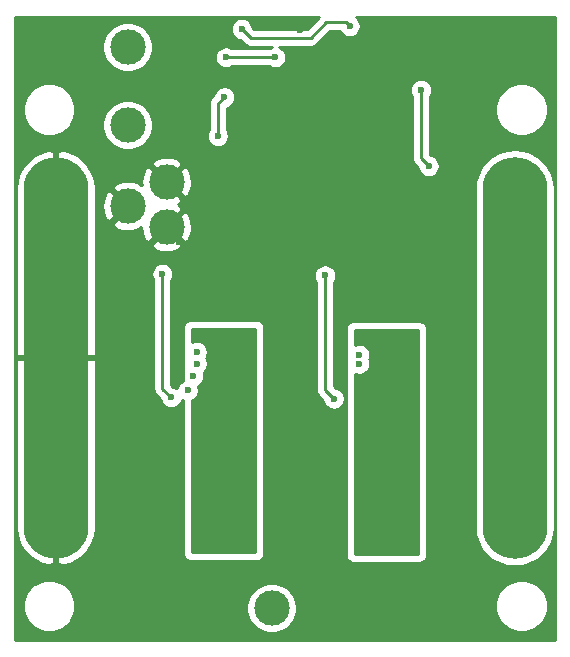
<source format=gbr>
%TF.GenerationSoftware,KiCad,Pcbnew,5.1.9-73d0e3b20d~88~ubuntu20.10.1*%
%TF.CreationDate,2021-01-20T16:53:29+01:00*%
%TF.ProjectId,makita_protector,6d616b69-7461-45f7-9072-6f746563746f,rev?*%
%TF.SameCoordinates,Original*%
%TF.FileFunction,Copper,L2,Bot*%
%TF.FilePolarity,Positive*%
%FSLAX46Y46*%
G04 Gerber Fmt 4.6, Leading zero omitted, Abs format (unit mm)*
G04 Created by KiCad (PCBNEW 5.1.9-73d0e3b20d~88~ubuntu20.10.1) date 2021-01-20 16:53:29*
%MOMM*%
%LPD*%
G01*
G04 APERTURE LIST*
%TA.AperFunction,ComponentPad*%
%ADD10C,3.000000*%
%TD*%
%TA.AperFunction,ComponentPad*%
%ADD11O,5.500000X34.000000*%
%TD*%
%TA.AperFunction,ViaPad*%
%ADD12C,0.600000*%
%TD*%
%TA.AperFunction,Conductor*%
%ADD13C,0.250000*%
%TD*%
%TA.AperFunction,Conductor*%
%ADD14C,0.254000*%
%TD*%
%TA.AperFunction,Conductor*%
%ADD15C,0.100000*%
%TD*%
G04 APERTURE END LIST*
D10*
%TO.P,J6,1*%
%TO.N,GND*%
X136652000Y-72136000D03*
%TD*%
%TO.P,J5,1*%
%TO.N,Net-(J5-Pad1)*%
X136652000Y-58674000D03*
%TD*%
%TO.P,J4,1*%
%TO.N,GND*%
X139954000Y-70104000D03*
%TD*%
%TO.P,J3,1*%
%TO.N,Net-(C3-Pad2)*%
X136652000Y-65278000D03*
%TD*%
%TO.P,J2,1*%
%TO.N,GND*%
X139954000Y-73914000D03*
%TD*%
%TO.P,J1,1*%
%TO.N,+12V*%
X148844000Y-106172000D03*
%TD*%
D11*
%TO.P,BT1,2*%
%TO.N,GND*%
X130575000Y-85000000D03*
%TO.P,BT1,1*%
%TO.N,Net-(BT1-Pad1)*%
X169425000Y-85000000D03*
%TD*%
D12*
%TO.N,*%
X141750000Y-87750000D03*
%TO.N,GND*%
X143500000Y-64250000D03*
X140208000Y-63754000D03*
X136906000Y-61214000D03*
X146000000Y-64250000D03*
X150750000Y-63500000D03*
X151250000Y-57250000D03*
X158500000Y-64750000D03*
X150500000Y-73000000D03*
X150000000Y-73750000D03*
X159500000Y-71000000D03*
X157750000Y-72250000D03*
X162500000Y-76750000D03*
X148500000Y-76750000D03*
X154500000Y-80750000D03*
X156269171Y-84730829D03*
X156269171Y-85480829D03*
X154750000Y-84750000D03*
X154750000Y-85500000D03*
X151750000Y-85250000D03*
X149750000Y-86750000D03*
X137750000Y-85250000D03*
X140500000Y-85000000D03*
X142505671Y-84494329D03*
X142505671Y-85494329D03*
X142214000Y-86536000D03*
X161544000Y-104648000D03*
X162052000Y-102616000D03*
X162560000Y-91186000D03*
X163068000Y-86360000D03*
X165608000Y-83820000D03*
X165862000Y-100838000D03*
X169418000Y-103124000D03*
X172466000Y-101600000D03*
X172466000Y-108458000D03*
X165354000Y-108458000D03*
X133350000Y-108458000D03*
X127508000Y-108458000D03*
X127508000Y-103124000D03*
X136906000Y-102616000D03*
X134366000Y-100584000D03*
X134620000Y-86868000D03*
X135636000Y-86868000D03*
X127762000Y-67564000D03*
X133350000Y-67310000D03*
X127762000Y-56642000D03*
X133604000Y-56642000D03*
X142240000Y-56388000D03*
X145034000Y-56388000D03*
X152654000Y-64008000D03*
X153670000Y-61214000D03*
X153416000Y-58166000D03*
X141732000Y-67564000D03*
X140970000Y-75184000D03*
X172212000Y-56896000D03*
X157988000Y-56388000D03*
X172466000Y-67056000D03*
X168402000Y-66548000D03*
X163830000Y-63754000D03*
X162814000Y-61214000D03*
X162306000Y-57658000D03*
X139192000Y-60706000D03*
X138684000Y-66548000D03*
X142240000Y-66548000D03*
X136906000Y-62738000D03*
%TO.N,VBUS*%
X161500000Y-62300000D03*
X162139500Y-68758000D03*
X155448000Y-56896000D03*
X146304000Y-57150000D03*
%TO.N,Net-(C4-Pad1)*%
X142600000Y-96000000D03*
X142600000Y-96800000D03*
X142600000Y-97600000D03*
X142600000Y-98400000D03*
X142600000Y-99200000D03*
X142600000Y-100000000D03*
X142600000Y-100800000D03*
X142600000Y-95200000D03*
X142600000Y-94400000D03*
X142600000Y-93600000D03*
X142600000Y-92800000D03*
X142600000Y-92000000D03*
X142600000Y-91200000D03*
X143700000Y-84750000D03*
X144300000Y-84750000D03*
X144300000Y-85400000D03*
X143700000Y-85400000D03*
%TO.N,+12V*%
X140350000Y-88350000D03*
X139600000Y-77900000D03*
X154113500Y-88457500D03*
X153363500Y-78007500D03*
%TO.N,Net-(C13-Pad1)*%
X149161500Y-59563000D03*
X144970500Y-59563000D03*
%TO.N,Net-(C14-Pad1)*%
X156363500Y-96107500D03*
X156363500Y-96907500D03*
X156363500Y-97707500D03*
X156363500Y-98507500D03*
X156363500Y-99307500D03*
X156363500Y-100107500D03*
X156363500Y-100907500D03*
X156363500Y-95307500D03*
X156363500Y-94507500D03*
X156363500Y-93707500D03*
X156363500Y-92907500D03*
X156363500Y-92107500D03*
X156363500Y-91307500D03*
X157463500Y-84857500D03*
X158063500Y-84857500D03*
X158063500Y-85507500D03*
X157463500Y-85507500D03*
%TO.N,Net-(R10-Pad2)*%
X144284395Y-66235030D03*
X144843500Y-62928500D03*
%TD*%
D13*
%TO.N,VBUS*%
X161500000Y-68118500D02*
X162139500Y-68758000D01*
X161500000Y-62300000D02*
X161500000Y-68118500D01*
X155148001Y-56596001D02*
X153461999Y-56596001D01*
X155448000Y-56896000D02*
X155148001Y-56596001D01*
X153461999Y-56596001D02*
X152146000Y-57912000D01*
X147066000Y-57912000D02*
X146304000Y-57150000D01*
X152146000Y-57912000D02*
X147066000Y-57912000D01*
%TO.N,+12V*%
X139600000Y-87600000D02*
X139600000Y-77900000D01*
X140350000Y-88350000D02*
X139600000Y-87600000D01*
X153363500Y-87707500D02*
X153363500Y-78007500D01*
X154113500Y-88457500D02*
X153363500Y-87707500D01*
%TO.N,Net-(C13-Pad1)*%
X149161500Y-59563000D02*
X144970500Y-59563000D01*
%TO.N,Net-(R10-Pad2)*%
X144284395Y-66235030D02*
X144284395Y-63487605D01*
X144284395Y-63487605D02*
X144843500Y-62928500D01*
%TD*%
D14*
%TO.N,GND*%
X151831199Y-57152000D02*
X147380802Y-57152000D01*
X147227153Y-56998351D01*
X147203068Y-56877271D01*
X147132586Y-56707111D01*
X147030262Y-56553972D01*
X146900028Y-56423738D01*
X146746889Y-56321414D01*
X146576729Y-56250932D01*
X146396089Y-56215000D01*
X146211911Y-56215000D01*
X146031271Y-56250932D01*
X145861111Y-56321414D01*
X145707972Y-56423738D01*
X145577738Y-56553972D01*
X145475414Y-56707111D01*
X145404932Y-56877271D01*
X145369000Y-57057911D01*
X145369000Y-57242089D01*
X145404932Y-57422729D01*
X145475414Y-57592889D01*
X145577738Y-57746028D01*
X145707972Y-57876262D01*
X145861111Y-57978586D01*
X146031271Y-58049068D01*
X146152351Y-58073153D01*
X146502201Y-58423002D01*
X146525999Y-58452001D01*
X146641724Y-58546974D01*
X146773753Y-58617546D01*
X146917014Y-58661003D01*
X147028667Y-58672000D01*
X147028675Y-58672000D01*
X147066000Y-58675676D01*
X147103325Y-58672000D01*
X148869293Y-58672000D01*
X148718611Y-58734414D01*
X148615965Y-58803000D01*
X145516035Y-58803000D01*
X145413389Y-58734414D01*
X145243229Y-58663932D01*
X145062589Y-58628000D01*
X144878411Y-58628000D01*
X144697771Y-58663932D01*
X144527611Y-58734414D01*
X144374472Y-58836738D01*
X144244238Y-58966972D01*
X144141914Y-59120111D01*
X144071432Y-59290271D01*
X144035500Y-59470911D01*
X144035500Y-59655089D01*
X144071432Y-59835729D01*
X144141914Y-60005889D01*
X144244238Y-60159028D01*
X144374472Y-60289262D01*
X144527611Y-60391586D01*
X144697771Y-60462068D01*
X144878411Y-60498000D01*
X145062589Y-60498000D01*
X145243229Y-60462068D01*
X145413389Y-60391586D01*
X145516035Y-60323000D01*
X148615965Y-60323000D01*
X148718611Y-60391586D01*
X148888771Y-60462068D01*
X149069411Y-60498000D01*
X149253589Y-60498000D01*
X149434229Y-60462068D01*
X149604389Y-60391586D01*
X149757528Y-60289262D01*
X149887762Y-60159028D01*
X149990086Y-60005889D01*
X150060568Y-59835729D01*
X150096500Y-59655089D01*
X150096500Y-59470911D01*
X150060568Y-59290271D01*
X149990086Y-59120111D01*
X149887762Y-58966972D01*
X149757528Y-58836738D01*
X149604389Y-58734414D01*
X149453707Y-58672000D01*
X152108678Y-58672000D01*
X152146000Y-58675676D01*
X152183322Y-58672000D01*
X152183333Y-58672000D01*
X152294986Y-58661003D01*
X152438247Y-58617546D01*
X152570276Y-58546974D01*
X152686001Y-58452001D01*
X152709804Y-58422997D01*
X153776801Y-57356001D01*
X154630848Y-57356001D01*
X154721738Y-57492028D01*
X154851972Y-57622262D01*
X155005111Y-57724586D01*
X155175271Y-57795068D01*
X155355911Y-57831000D01*
X155540089Y-57831000D01*
X155720729Y-57795068D01*
X155890889Y-57724586D01*
X156044028Y-57622262D01*
X156174262Y-57492028D01*
X156276586Y-57338889D01*
X156347068Y-57168729D01*
X156383000Y-56988089D01*
X156383000Y-56803911D01*
X156347068Y-56623271D01*
X156276586Y-56453111D01*
X156174262Y-56299972D01*
X156044028Y-56169738D01*
X155980066Y-56127000D01*
X172873000Y-56127000D01*
X172873000Y-108873000D01*
X127127000Y-108873000D01*
X127127000Y-105779872D01*
X127765000Y-105779872D01*
X127765000Y-106220128D01*
X127850890Y-106651925D01*
X128019369Y-107058669D01*
X128263962Y-107424729D01*
X128575271Y-107736038D01*
X128941331Y-107980631D01*
X129348075Y-108149110D01*
X129779872Y-108235000D01*
X130220128Y-108235000D01*
X130651925Y-108149110D01*
X131058669Y-107980631D01*
X131424729Y-107736038D01*
X131736038Y-107424729D01*
X131980631Y-107058669D01*
X132149110Y-106651925D01*
X132235000Y-106220128D01*
X132235000Y-105961721D01*
X146709000Y-105961721D01*
X146709000Y-106382279D01*
X146791047Y-106794756D01*
X146951988Y-107183302D01*
X147185637Y-107532983D01*
X147483017Y-107830363D01*
X147832698Y-108064012D01*
X148221244Y-108224953D01*
X148633721Y-108307000D01*
X149054279Y-108307000D01*
X149466756Y-108224953D01*
X149855302Y-108064012D01*
X150204983Y-107830363D01*
X150502363Y-107532983D01*
X150736012Y-107183302D01*
X150896953Y-106794756D01*
X150979000Y-106382279D01*
X150979000Y-105961721D01*
X150942828Y-105779872D01*
X167765000Y-105779872D01*
X167765000Y-106220128D01*
X167850890Y-106651925D01*
X168019369Y-107058669D01*
X168263962Y-107424729D01*
X168575271Y-107736038D01*
X168941331Y-107980631D01*
X169348075Y-108149110D01*
X169779872Y-108235000D01*
X170220128Y-108235000D01*
X170651925Y-108149110D01*
X171058669Y-107980631D01*
X171424729Y-107736038D01*
X171736038Y-107424729D01*
X171980631Y-107058669D01*
X172149110Y-106651925D01*
X172235000Y-106220128D01*
X172235000Y-105779872D01*
X172149110Y-105348075D01*
X171980631Y-104941331D01*
X171736038Y-104575271D01*
X171424729Y-104263962D01*
X171058669Y-104019369D01*
X170651925Y-103850890D01*
X170220128Y-103765000D01*
X169779872Y-103765000D01*
X169348075Y-103850890D01*
X168941331Y-104019369D01*
X168575271Y-104263962D01*
X168263962Y-104575271D01*
X168019369Y-104941331D01*
X167850890Y-105348075D01*
X167765000Y-105779872D01*
X150942828Y-105779872D01*
X150896953Y-105549244D01*
X150736012Y-105160698D01*
X150502363Y-104811017D01*
X150204983Y-104513637D01*
X149855302Y-104279988D01*
X149466756Y-104119047D01*
X149054279Y-104037000D01*
X148633721Y-104037000D01*
X148221244Y-104119047D01*
X147832698Y-104279988D01*
X147483017Y-104513637D01*
X147185637Y-104811017D01*
X146951988Y-105160698D01*
X146791047Y-105549244D01*
X146709000Y-105961721D01*
X132235000Y-105961721D01*
X132235000Y-105779872D01*
X132149110Y-105348075D01*
X131980631Y-104941331D01*
X131736038Y-104575271D01*
X131424729Y-104263962D01*
X131058669Y-104019369D01*
X130651925Y-103850890D01*
X130220128Y-103765000D01*
X129779872Y-103765000D01*
X129348075Y-103850890D01*
X128941331Y-104019369D01*
X128575271Y-104263962D01*
X128263962Y-104575271D01*
X128019369Y-104941331D01*
X127850890Y-105348075D01*
X127765000Y-105779872D01*
X127127000Y-105779872D01*
X127127000Y-85127000D01*
X127190000Y-85127000D01*
X127190000Y-99377000D01*
X127279818Y-100034940D01*
X127496268Y-100662716D01*
X127831032Y-101236202D01*
X128271245Y-101733359D01*
X128799990Y-102135082D01*
X129396948Y-102425933D01*
X129920406Y-102571104D01*
X130448000Y-102473749D01*
X130448000Y-85127000D01*
X130702000Y-85127000D01*
X130702000Y-102473749D01*
X131229594Y-102571104D01*
X131753052Y-102425933D01*
X132350010Y-102135082D01*
X132878755Y-101733359D01*
X133318968Y-101236202D01*
X133653732Y-100662716D01*
X133870182Y-100034940D01*
X133960000Y-99377000D01*
X133960000Y-85127000D01*
X130702000Y-85127000D01*
X130448000Y-85127000D01*
X127190000Y-85127000D01*
X127127000Y-85127000D01*
X127127000Y-70623000D01*
X127190000Y-70623000D01*
X127190000Y-84873000D01*
X130448000Y-84873000D01*
X130448000Y-67526251D01*
X130702000Y-67526251D01*
X130702000Y-84873000D01*
X133960000Y-84873000D01*
X133960000Y-77807911D01*
X138665000Y-77807911D01*
X138665000Y-77992089D01*
X138700932Y-78172729D01*
X138771414Y-78342889D01*
X138840001Y-78445537D01*
X138840000Y-87562678D01*
X138836324Y-87600000D01*
X138840000Y-87637322D01*
X138840000Y-87637332D01*
X138850997Y-87748985D01*
X138883606Y-87856485D01*
X138894454Y-87892246D01*
X138965026Y-88024276D01*
X138972369Y-88033223D01*
X139059999Y-88140001D01*
X139089002Y-88163803D01*
X139426847Y-88501649D01*
X139450932Y-88622729D01*
X139521414Y-88792889D01*
X139623738Y-88946028D01*
X139753972Y-89076262D01*
X139907111Y-89178586D01*
X140077271Y-89249068D01*
X140257911Y-89285000D01*
X140442089Y-89285000D01*
X140622729Y-89249068D01*
X140792889Y-89178586D01*
X140946028Y-89076262D01*
X141076262Y-88946028D01*
X141178586Y-88792889D01*
X141249068Y-88622729D01*
X141263628Y-88549532D01*
X141307111Y-88578586D01*
X141365000Y-88602564D01*
X141365000Y-101600000D01*
X141377201Y-101723882D01*
X141413336Y-101843004D01*
X141472017Y-101952787D01*
X141550987Y-102049013D01*
X141647213Y-102127983D01*
X141756996Y-102186664D01*
X141876118Y-102222799D01*
X142000000Y-102235000D01*
X147600000Y-102235000D01*
X147723882Y-102222799D01*
X147843004Y-102186664D01*
X147952787Y-102127983D01*
X148049013Y-102049013D01*
X148127983Y-101952787D01*
X148186664Y-101843004D01*
X148222799Y-101723882D01*
X148235000Y-101600000D01*
X148235000Y-82400000D01*
X148222799Y-82276118D01*
X148186664Y-82156996D01*
X148127983Y-82047213D01*
X148049013Y-81950987D01*
X147952787Y-81872017D01*
X147843004Y-81813336D01*
X147723882Y-81777201D01*
X147600000Y-81765000D01*
X142000000Y-81765000D01*
X141876118Y-81777201D01*
X141756996Y-81813336D01*
X141647213Y-81872017D01*
X141550987Y-81950987D01*
X141472017Y-82047213D01*
X141413336Y-82156996D01*
X141377201Y-82276118D01*
X141365000Y-82400000D01*
X141365000Y-86897436D01*
X141307111Y-86921414D01*
X141153972Y-87023738D01*
X141023738Y-87153972D01*
X140921414Y-87307111D01*
X140850932Y-87477271D01*
X140836372Y-87550468D01*
X140792889Y-87521414D01*
X140622729Y-87450932D01*
X140501649Y-87426847D01*
X140360000Y-87285199D01*
X140360000Y-78445535D01*
X140428586Y-78342889D01*
X140499068Y-78172729D01*
X140535000Y-77992089D01*
X140535000Y-77915411D01*
X152428500Y-77915411D01*
X152428500Y-78099589D01*
X152464432Y-78280229D01*
X152534914Y-78450389D01*
X152603501Y-78553037D01*
X152603500Y-87670178D01*
X152599824Y-87707500D01*
X152603500Y-87744822D01*
X152603500Y-87744832D01*
X152614497Y-87856485D01*
X152657954Y-87999746D01*
X152728526Y-88131776D01*
X152756000Y-88165253D01*
X152823499Y-88247501D01*
X152852502Y-88271303D01*
X153190347Y-88609149D01*
X153214432Y-88730229D01*
X153284914Y-88900389D01*
X153387238Y-89053528D01*
X153517472Y-89183762D01*
X153670611Y-89286086D01*
X153840771Y-89356568D01*
X154021411Y-89392500D01*
X154205589Y-89392500D01*
X154386229Y-89356568D01*
X154556389Y-89286086D01*
X154709528Y-89183762D01*
X154839762Y-89053528D01*
X154942086Y-88900389D01*
X155012568Y-88730229D01*
X155048500Y-88549589D01*
X155048500Y-88365411D01*
X155012568Y-88184771D01*
X154942086Y-88014611D01*
X154839762Y-87861472D01*
X154709528Y-87731238D01*
X154556389Y-87628914D01*
X154386229Y-87558432D01*
X154265149Y-87534347D01*
X154123500Y-87392699D01*
X154123500Y-82507500D01*
X155128500Y-82507500D01*
X155128500Y-101707500D01*
X155140701Y-101831382D01*
X155176836Y-101950504D01*
X155235517Y-102060287D01*
X155314487Y-102156513D01*
X155410713Y-102235483D01*
X155520496Y-102294164D01*
X155639618Y-102330299D01*
X155763500Y-102342500D01*
X161363500Y-102342500D01*
X161487382Y-102330299D01*
X161606504Y-102294164D01*
X161716287Y-102235483D01*
X161812513Y-102156513D01*
X161891483Y-102060287D01*
X161950164Y-101950504D01*
X161986299Y-101831382D01*
X161998500Y-101707500D01*
X161998500Y-82507500D01*
X161986299Y-82383618D01*
X161950164Y-82264496D01*
X161891483Y-82154713D01*
X161812513Y-82058487D01*
X161716287Y-81979517D01*
X161606504Y-81920836D01*
X161487382Y-81884701D01*
X161363500Y-81872500D01*
X155763500Y-81872500D01*
X155639618Y-81884701D01*
X155520496Y-81920836D01*
X155410713Y-81979517D01*
X155314487Y-82058487D01*
X155235517Y-82154713D01*
X155176836Y-82264496D01*
X155140701Y-82383618D01*
X155128500Y-82507500D01*
X154123500Y-82507500D01*
X154123500Y-78553035D01*
X154192086Y-78450389D01*
X154262568Y-78280229D01*
X154298500Y-78099589D01*
X154298500Y-77915411D01*
X154262568Y-77734771D01*
X154192086Y-77564611D01*
X154089762Y-77411472D01*
X153959528Y-77281238D01*
X153806389Y-77178914D01*
X153636229Y-77108432D01*
X153455589Y-77072500D01*
X153271411Y-77072500D01*
X153090771Y-77108432D01*
X152920611Y-77178914D01*
X152767472Y-77281238D01*
X152637238Y-77411472D01*
X152534914Y-77564611D01*
X152464432Y-77734771D01*
X152428500Y-77915411D01*
X140535000Y-77915411D01*
X140535000Y-77807911D01*
X140499068Y-77627271D01*
X140428586Y-77457111D01*
X140326262Y-77303972D01*
X140196028Y-77173738D01*
X140042889Y-77071414D01*
X139872729Y-77000932D01*
X139692089Y-76965000D01*
X139507911Y-76965000D01*
X139327271Y-77000932D01*
X139157111Y-77071414D01*
X139003972Y-77173738D01*
X138873738Y-77303972D01*
X138771414Y-77457111D01*
X138700932Y-77627271D01*
X138665000Y-77807911D01*
X133960000Y-77807911D01*
X133960000Y-75405653D01*
X138641952Y-75405653D01*
X138797962Y-75721214D01*
X139172745Y-75912020D01*
X139577551Y-76026044D01*
X139996824Y-76058902D01*
X140414451Y-76009334D01*
X140814383Y-75879243D01*
X141110038Y-75721214D01*
X141266048Y-75405653D01*
X139954000Y-74093605D01*
X138641952Y-75405653D01*
X133960000Y-75405653D01*
X133960000Y-72178824D01*
X134507098Y-72178824D01*
X134556666Y-72596451D01*
X134686757Y-72996383D01*
X134844786Y-73292038D01*
X135160347Y-73448048D01*
X136472395Y-72136000D01*
X135160347Y-70823952D01*
X134844786Y-70979962D01*
X134653980Y-71354745D01*
X134539956Y-71759551D01*
X134507098Y-72178824D01*
X133960000Y-72178824D01*
X133960000Y-70644347D01*
X135339952Y-70644347D01*
X136652000Y-71956395D01*
X136666143Y-71942253D01*
X136845748Y-72121858D01*
X136831605Y-72136000D01*
X136845748Y-72150143D01*
X136666143Y-72329748D01*
X136652000Y-72315605D01*
X135339952Y-73627653D01*
X135495962Y-73943214D01*
X135870745Y-74134020D01*
X136275551Y-74248044D01*
X136694824Y-74280902D01*
X137112451Y-74231334D01*
X137512383Y-74101243D01*
X137808038Y-73943214D01*
X137810565Y-73938102D01*
X137809098Y-73956824D01*
X137858666Y-74374451D01*
X137988757Y-74774383D01*
X138146786Y-75070038D01*
X138462347Y-75226048D01*
X139774395Y-73914000D01*
X140133605Y-73914000D01*
X141445653Y-75226048D01*
X141761214Y-75070038D01*
X141952020Y-74695255D01*
X142066044Y-74290449D01*
X142098902Y-73871176D01*
X142049334Y-73453549D01*
X141919243Y-73053617D01*
X141761214Y-72757962D01*
X141445653Y-72601952D01*
X140133605Y-73914000D01*
X139774395Y-73914000D01*
X139760253Y-73899858D01*
X139939858Y-73720253D01*
X139954000Y-73734395D01*
X141266048Y-72422347D01*
X141110038Y-72106786D01*
X140922639Y-72011379D01*
X141110038Y-71911214D01*
X141266048Y-71595653D01*
X139954000Y-70283605D01*
X139939858Y-70297748D01*
X139760253Y-70118143D01*
X139774395Y-70104000D01*
X140133605Y-70104000D01*
X141445653Y-71416048D01*
X141761214Y-71260038D01*
X141952020Y-70885255D01*
X142036956Y-70583714D01*
X166040000Y-70583714D01*
X166040001Y-99416287D01*
X166088980Y-99913576D01*
X166282537Y-100551651D01*
X166596859Y-101139704D01*
X167019864Y-101655137D01*
X167535297Y-102078142D01*
X168123350Y-102392464D01*
X168761425Y-102586021D01*
X169425000Y-102651378D01*
X170088576Y-102586021D01*
X170726651Y-102392464D01*
X171314704Y-102078142D01*
X171830137Y-101655137D01*
X172253142Y-101139704D01*
X172567464Y-100551651D01*
X172761021Y-99913576D01*
X172810000Y-99416287D01*
X172810000Y-70583713D01*
X172761021Y-70086424D01*
X172567464Y-69448349D01*
X172253142Y-68860296D01*
X171830137Y-68344863D01*
X171314703Y-67921858D01*
X170726650Y-67607536D01*
X170088575Y-67413979D01*
X169425000Y-67348622D01*
X168761424Y-67413979D01*
X168123349Y-67607536D01*
X167535296Y-67921858D01*
X167019863Y-68344863D01*
X166596858Y-68860297D01*
X166282536Y-69448350D01*
X166088979Y-70086425D01*
X166040000Y-70583714D01*
X142036956Y-70583714D01*
X142066044Y-70480449D01*
X142098902Y-70061176D01*
X142049334Y-69643549D01*
X141919243Y-69243617D01*
X141761214Y-68947962D01*
X141445653Y-68791952D01*
X140133605Y-70104000D01*
X139774395Y-70104000D01*
X138462347Y-68791952D01*
X138146786Y-68947962D01*
X137955980Y-69322745D01*
X137841956Y-69727551D01*
X137809098Y-70146824D01*
X137837853Y-70389092D01*
X137808038Y-70328786D01*
X137433255Y-70137980D01*
X137028449Y-70023956D01*
X136609176Y-69991098D01*
X136191549Y-70040666D01*
X135791617Y-70170757D01*
X135495962Y-70328786D01*
X135339952Y-70644347D01*
X133960000Y-70644347D01*
X133960000Y-70623000D01*
X133870182Y-69965060D01*
X133653732Y-69337284D01*
X133318968Y-68763798D01*
X133184865Y-68612347D01*
X138641952Y-68612347D01*
X139954000Y-69924395D01*
X141266048Y-68612347D01*
X141110038Y-68296786D01*
X140735255Y-68105980D01*
X140330449Y-67991956D01*
X139911176Y-67959098D01*
X139493549Y-68008666D01*
X139093617Y-68138757D01*
X138797962Y-68296786D01*
X138641952Y-68612347D01*
X133184865Y-68612347D01*
X132878755Y-68266641D01*
X132350010Y-67864918D01*
X131753052Y-67574067D01*
X131229594Y-67428896D01*
X130702000Y-67526251D01*
X130448000Y-67526251D01*
X129920406Y-67428896D01*
X129396948Y-67574067D01*
X128799990Y-67864918D01*
X128271245Y-68266641D01*
X127831032Y-68763798D01*
X127496268Y-69337284D01*
X127279818Y-69965060D01*
X127190000Y-70623000D01*
X127127000Y-70623000D01*
X127127000Y-63779872D01*
X127765000Y-63779872D01*
X127765000Y-64220128D01*
X127850890Y-64651925D01*
X128019369Y-65058669D01*
X128263962Y-65424729D01*
X128575271Y-65736038D01*
X128941331Y-65980631D01*
X129348075Y-66149110D01*
X129779872Y-66235000D01*
X130220128Y-66235000D01*
X130651925Y-66149110D01*
X131058669Y-65980631D01*
X131424729Y-65736038D01*
X131736038Y-65424729D01*
X131974582Y-65067721D01*
X134517000Y-65067721D01*
X134517000Y-65488279D01*
X134599047Y-65900756D01*
X134759988Y-66289302D01*
X134993637Y-66638983D01*
X135291017Y-66936363D01*
X135640698Y-67170012D01*
X136029244Y-67330953D01*
X136441721Y-67413000D01*
X136862279Y-67413000D01*
X137274756Y-67330953D01*
X137663302Y-67170012D01*
X138012983Y-66936363D01*
X138310363Y-66638983D01*
X138544012Y-66289302D01*
X138604636Y-66142941D01*
X143349395Y-66142941D01*
X143349395Y-66327119D01*
X143385327Y-66507759D01*
X143455809Y-66677919D01*
X143558133Y-66831058D01*
X143688367Y-66961292D01*
X143841506Y-67063616D01*
X144011666Y-67134098D01*
X144192306Y-67170030D01*
X144376484Y-67170030D01*
X144557124Y-67134098D01*
X144727284Y-67063616D01*
X144880423Y-66961292D01*
X145010657Y-66831058D01*
X145112981Y-66677919D01*
X145183463Y-66507759D01*
X145219395Y-66327119D01*
X145219395Y-66142941D01*
X145183463Y-65962301D01*
X145112981Y-65792141D01*
X145044395Y-65689495D01*
X145044395Y-63841857D01*
X145116229Y-63827568D01*
X145286389Y-63757086D01*
X145439528Y-63654762D01*
X145569762Y-63524528D01*
X145672086Y-63371389D01*
X145742568Y-63201229D01*
X145778500Y-63020589D01*
X145778500Y-62836411D01*
X145742568Y-62655771D01*
X145672086Y-62485611D01*
X145569762Y-62332472D01*
X145445201Y-62207911D01*
X160565000Y-62207911D01*
X160565000Y-62392089D01*
X160600932Y-62572729D01*
X160671414Y-62742889D01*
X160740000Y-62845536D01*
X160740001Y-68081168D01*
X160736324Y-68118500D01*
X160750998Y-68267485D01*
X160794454Y-68410746D01*
X160865026Y-68542776D01*
X160919387Y-68609014D01*
X160960000Y-68658501D01*
X160988998Y-68682299D01*
X161216347Y-68909649D01*
X161240432Y-69030729D01*
X161310914Y-69200889D01*
X161413238Y-69354028D01*
X161543472Y-69484262D01*
X161696611Y-69586586D01*
X161866771Y-69657068D01*
X162047411Y-69693000D01*
X162231589Y-69693000D01*
X162412229Y-69657068D01*
X162582389Y-69586586D01*
X162735528Y-69484262D01*
X162865762Y-69354028D01*
X162968086Y-69200889D01*
X163038568Y-69030729D01*
X163074500Y-68850089D01*
X163074500Y-68665911D01*
X163038568Y-68485271D01*
X162968086Y-68315111D01*
X162865762Y-68161972D01*
X162735528Y-68031738D01*
X162582389Y-67929414D01*
X162412229Y-67858932D01*
X162291149Y-67834847D01*
X162260000Y-67803699D01*
X162260000Y-63779872D01*
X167765000Y-63779872D01*
X167765000Y-64220128D01*
X167850890Y-64651925D01*
X168019369Y-65058669D01*
X168263962Y-65424729D01*
X168575271Y-65736038D01*
X168941331Y-65980631D01*
X169348075Y-66149110D01*
X169779872Y-66235000D01*
X170220128Y-66235000D01*
X170651925Y-66149110D01*
X171058669Y-65980631D01*
X171424729Y-65736038D01*
X171736038Y-65424729D01*
X171980631Y-65058669D01*
X172149110Y-64651925D01*
X172235000Y-64220128D01*
X172235000Y-63779872D01*
X172149110Y-63348075D01*
X171980631Y-62941331D01*
X171736038Y-62575271D01*
X171424729Y-62263962D01*
X171058669Y-62019369D01*
X170651925Y-61850890D01*
X170220128Y-61765000D01*
X169779872Y-61765000D01*
X169348075Y-61850890D01*
X168941331Y-62019369D01*
X168575271Y-62263962D01*
X168263962Y-62575271D01*
X168019369Y-62941331D01*
X167850890Y-63348075D01*
X167765000Y-63779872D01*
X162260000Y-63779872D01*
X162260000Y-62845535D01*
X162328586Y-62742889D01*
X162399068Y-62572729D01*
X162435000Y-62392089D01*
X162435000Y-62207911D01*
X162399068Y-62027271D01*
X162328586Y-61857111D01*
X162226262Y-61703972D01*
X162096028Y-61573738D01*
X161942889Y-61471414D01*
X161772729Y-61400932D01*
X161592089Y-61365000D01*
X161407911Y-61365000D01*
X161227271Y-61400932D01*
X161057111Y-61471414D01*
X160903972Y-61573738D01*
X160773738Y-61703972D01*
X160671414Y-61857111D01*
X160600932Y-62027271D01*
X160565000Y-62207911D01*
X145445201Y-62207911D01*
X145439528Y-62202238D01*
X145286389Y-62099914D01*
X145116229Y-62029432D01*
X144935589Y-61993500D01*
X144751411Y-61993500D01*
X144570771Y-62029432D01*
X144400611Y-62099914D01*
X144247472Y-62202238D01*
X144117238Y-62332472D01*
X144014914Y-62485611D01*
X143944432Y-62655771D01*
X143920347Y-62776851D01*
X143773393Y-62923806D01*
X143744395Y-62947604D01*
X143720597Y-62976602D01*
X143720596Y-62976603D01*
X143649421Y-63063329D01*
X143578849Y-63195359D01*
X143535393Y-63338620D01*
X143520719Y-63487605D01*
X143524396Y-63524937D01*
X143524395Y-65689494D01*
X143455809Y-65792141D01*
X143385327Y-65962301D01*
X143349395Y-66142941D01*
X138604636Y-66142941D01*
X138704953Y-65900756D01*
X138787000Y-65488279D01*
X138787000Y-65067721D01*
X138704953Y-64655244D01*
X138544012Y-64266698D01*
X138310363Y-63917017D01*
X138012983Y-63619637D01*
X137663302Y-63385988D01*
X137274756Y-63225047D01*
X136862279Y-63143000D01*
X136441721Y-63143000D01*
X136029244Y-63225047D01*
X135640698Y-63385988D01*
X135291017Y-63619637D01*
X134993637Y-63917017D01*
X134759988Y-64266698D01*
X134599047Y-64655244D01*
X134517000Y-65067721D01*
X131974582Y-65067721D01*
X131980631Y-65058669D01*
X132149110Y-64651925D01*
X132235000Y-64220128D01*
X132235000Y-63779872D01*
X132149110Y-63348075D01*
X131980631Y-62941331D01*
X131736038Y-62575271D01*
X131424729Y-62263962D01*
X131058669Y-62019369D01*
X130651925Y-61850890D01*
X130220128Y-61765000D01*
X129779872Y-61765000D01*
X129348075Y-61850890D01*
X128941331Y-62019369D01*
X128575271Y-62263962D01*
X128263962Y-62575271D01*
X128019369Y-62941331D01*
X127850890Y-63348075D01*
X127765000Y-63779872D01*
X127127000Y-63779872D01*
X127127000Y-58463721D01*
X134517000Y-58463721D01*
X134517000Y-58884279D01*
X134599047Y-59296756D01*
X134759988Y-59685302D01*
X134993637Y-60034983D01*
X135291017Y-60332363D01*
X135640698Y-60566012D01*
X136029244Y-60726953D01*
X136441721Y-60809000D01*
X136862279Y-60809000D01*
X137274756Y-60726953D01*
X137663302Y-60566012D01*
X138012983Y-60332363D01*
X138310363Y-60034983D01*
X138544012Y-59685302D01*
X138704953Y-59296756D01*
X138787000Y-58884279D01*
X138787000Y-58463721D01*
X138704953Y-58051244D01*
X138544012Y-57662698D01*
X138310363Y-57313017D01*
X138012983Y-57015637D01*
X137663302Y-56781988D01*
X137274756Y-56621047D01*
X136862279Y-56539000D01*
X136441721Y-56539000D01*
X136029244Y-56621047D01*
X135640698Y-56781988D01*
X135291017Y-57015637D01*
X134993637Y-57313017D01*
X134759988Y-57662698D01*
X134599047Y-58051244D01*
X134517000Y-58463721D01*
X127127000Y-58463721D01*
X127127000Y-56127000D01*
X152856198Y-56127000D01*
X151831199Y-57152000D01*
%TA.AperFunction,Conductor*%
D15*
G36*
X151831199Y-57152000D02*
G01*
X147380802Y-57152000D01*
X147227153Y-56998351D01*
X147203068Y-56877271D01*
X147132586Y-56707111D01*
X147030262Y-56553972D01*
X146900028Y-56423738D01*
X146746889Y-56321414D01*
X146576729Y-56250932D01*
X146396089Y-56215000D01*
X146211911Y-56215000D01*
X146031271Y-56250932D01*
X145861111Y-56321414D01*
X145707972Y-56423738D01*
X145577738Y-56553972D01*
X145475414Y-56707111D01*
X145404932Y-56877271D01*
X145369000Y-57057911D01*
X145369000Y-57242089D01*
X145404932Y-57422729D01*
X145475414Y-57592889D01*
X145577738Y-57746028D01*
X145707972Y-57876262D01*
X145861111Y-57978586D01*
X146031271Y-58049068D01*
X146152351Y-58073153D01*
X146502201Y-58423002D01*
X146525999Y-58452001D01*
X146641724Y-58546974D01*
X146773753Y-58617546D01*
X146917014Y-58661003D01*
X147028667Y-58672000D01*
X147028675Y-58672000D01*
X147066000Y-58675676D01*
X147103325Y-58672000D01*
X148869293Y-58672000D01*
X148718611Y-58734414D01*
X148615965Y-58803000D01*
X145516035Y-58803000D01*
X145413389Y-58734414D01*
X145243229Y-58663932D01*
X145062589Y-58628000D01*
X144878411Y-58628000D01*
X144697771Y-58663932D01*
X144527611Y-58734414D01*
X144374472Y-58836738D01*
X144244238Y-58966972D01*
X144141914Y-59120111D01*
X144071432Y-59290271D01*
X144035500Y-59470911D01*
X144035500Y-59655089D01*
X144071432Y-59835729D01*
X144141914Y-60005889D01*
X144244238Y-60159028D01*
X144374472Y-60289262D01*
X144527611Y-60391586D01*
X144697771Y-60462068D01*
X144878411Y-60498000D01*
X145062589Y-60498000D01*
X145243229Y-60462068D01*
X145413389Y-60391586D01*
X145516035Y-60323000D01*
X148615965Y-60323000D01*
X148718611Y-60391586D01*
X148888771Y-60462068D01*
X149069411Y-60498000D01*
X149253589Y-60498000D01*
X149434229Y-60462068D01*
X149604389Y-60391586D01*
X149757528Y-60289262D01*
X149887762Y-60159028D01*
X149990086Y-60005889D01*
X150060568Y-59835729D01*
X150096500Y-59655089D01*
X150096500Y-59470911D01*
X150060568Y-59290271D01*
X149990086Y-59120111D01*
X149887762Y-58966972D01*
X149757528Y-58836738D01*
X149604389Y-58734414D01*
X149453707Y-58672000D01*
X152108678Y-58672000D01*
X152146000Y-58675676D01*
X152183322Y-58672000D01*
X152183333Y-58672000D01*
X152294986Y-58661003D01*
X152438247Y-58617546D01*
X152570276Y-58546974D01*
X152686001Y-58452001D01*
X152709804Y-58422997D01*
X153776801Y-57356001D01*
X154630848Y-57356001D01*
X154721738Y-57492028D01*
X154851972Y-57622262D01*
X155005111Y-57724586D01*
X155175271Y-57795068D01*
X155355911Y-57831000D01*
X155540089Y-57831000D01*
X155720729Y-57795068D01*
X155890889Y-57724586D01*
X156044028Y-57622262D01*
X156174262Y-57492028D01*
X156276586Y-57338889D01*
X156347068Y-57168729D01*
X156383000Y-56988089D01*
X156383000Y-56803911D01*
X156347068Y-56623271D01*
X156276586Y-56453111D01*
X156174262Y-56299972D01*
X156044028Y-56169738D01*
X155980066Y-56127000D01*
X172873000Y-56127000D01*
X172873000Y-108873000D01*
X127127000Y-108873000D01*
X127127000Y-105779872D01*
X127765000Y-105779872D01*
X127765000Y-106220128D01*
X127850890Y-106651925D01*
X128019369Y-107058669D01*
X128263962Y-107424729D01*
X128575271Y-107736038D01*
X128941331Y-107980631D01*
X129348075Y-108149110D01*
X129779872Y-108235000D01*
X130220128Y-108235000D01*
X130651925Y-108149110D01*
X131058669Y-107980631D01*
X131424729Y-107736038D01*
X131736038Y-107424729D01*
X131980631Y-107058669D01*
X132149110Y-106651925D01*
X132235000Y-106220128D01*
X132235000Y-105961721D01*
X146709000Y-105961721D01*
X146709000Y-106382279D01*
X146791047Y-106794756D01*
X146951988Y-107183302D01*
X147185637Y-107532983D01*
X147483017Y-107830363D01*
X147832698Y-108064012D01*
X148221244Y-108224953D01*
X148633721Y-108307000D01*
X149054279Y-108307000D01*
X149466756Y-108224953D01*
X149855302Y-108064012D01*
X150204983Y-107830363D01*
X150502363Y-107532983D01*
X150736012Y-107183302D01*
X150896953Y-106794756D01*
X150979000Y-106382279D01*
X150979000Y-105961721D01*
X150942828Y-105779872D01*
X167765000Y-105779872D01*
X167765000Y-106220128D01*
X167850890Y-106651925D01*
X168019369Y-107058669D01*
X168263962Y-107424729D01*
X168575271Y-107736038D01*
X168941331Y-107980631D01*
X169348075Y-108149110D01*
X169779872Y-108235000D01*
X170220128Y-108235000D01*
X170651925Y-108149110D01*
X171058669Y-107980631D01*
X171424729Y-107736038D01*
X171736038Y-107424729D01*
X171980631Y-107058669D01*
X172149110Y-106651925D01*
X172235000Y-106220128D01*
X172235000Y-105779872D01*
X172149110Y-105348075D01*
X171980631Y-104941331D01*
X171736038Y-104575271D01*
X171424729Y-104263962D01*
X171058669Y-104019369D01*
X170651925Y-103850890D01*
X170220128Y-103765000D01*
X169779872Y-103765000D01*
X169348075Y-103850890D01*
X168941331Y-104019369D01*
X168575271Y-104263962D01*
X168263962Y-104575271D01*
X168019369Y-104941331D01*
X167850890Y-105348075D01*
X167765000Y-105779872D01*
X150942828Y-105779872D01*
X150896953Y-105549244D01*
X150736012Y-105160698D01*
X150502363Y-104811017D01*
X150204983Y-104513637D01*
X149855302Y-104279988D01*
X149466756Y-104119047D01*
X149054279Y-104037000D01*
X148633721Y-104037000D01*
X148221244Y-104119047D01*
X147832698Y-104279988D01*
X147483017Y-104513637D01*
X147185637Y-104811017D01*
X146951988Y-105160698D01*
X146791047Y-105549244D01*
X146709000Y-105961721D01*
X132235000Y-105961721D01*
X132235000Y-105779872D01*
X132149110Y-105348075D01*
X131980631Y-104941331D01*
X131736038Y-104575271D01*
X131424729Y-104263962D01*
X131058669Y-104019369D01*
X130651925Y-103850890D01*
X130220128Y-103765000D01*
X129779872Y-103765000D01*
X129348075Y-103850890D01*
X128941331Y-104019369D01*
X128575271Y-104263962D01*
X128263962Y-104575271D01*
X128019369Y-104941331D01*
X127850890Y-105348075D01*
X127765000Y-105779872D01*
X127127000Y-105779872D01*
X127127000Y-85127000D01*
X127190000Y-85127000D01*
X127190000Y-99377000D01*
X127279818Y-100034940D01*
X127496268Y-100662716D01*
X127831032Y-101236202D01*
X128271245Y-101733359D01*
X128799990Y-102135082D01*
X129396948Y-102425933D01*
X129920406Y-102571104D01*
X130448000Y-102473749D01*
X130448000Y-85127000D01*
X130702000Y-85127000D01*
X130702000Y-102473749D01*
X131229594Y-102571104D01*
X131753052Y-102425933D01*
X132350010Y-102135082D01*
X132878755Y-101733359D01*
X133318968Y-101236202D01*
X133653732Y-100662716D01*
X133870182Y-100034940D01*
X133960000Y-99377000D01*
X133960000Y-85127000D01*
X130702000Y-85127000D01*
X130448000Y-85127000D01*
X127190000Y-85127000D01*
X127127000Y-85127000D01*
X127127000Y-70623000D01*
X127190000Y-70623000D01*
X127190000Y-84873000D01*
X130448000Y-84873000D01*
X130448000Y-67526251D01*
X130702000Y-67526251D01*
X130702000Y-84873000D01*
X133960000Y-84873000D01*
X133960000Y-77807911D01*
X138665000Y-77807911D01*
X138665000Y-77992089D01*
X138700932Y-78172729D01*
X138771414Y-78342889D01*
X138840001Y-78445537D01*
X138840000Y-87562678D01*
X138836324Y-87600000D01*
X138840000Y-87637322D01*
X138840000Y-87637332D01*
X138850997Y-87748985D01*
X138883606Y-87856485D01*
X138894454Y-87892246D01*
X138965026Y-88024276D01*
X138972369Y-88033223D01*
X139059999Y-88140001D01*
X139089002Y-88163803D01*
X139426847Y-88501649D01*
X139450932Y-88622729D01*
X139521414Y-88792889D01*
X139623738Y-88946028D01*
X139753972Y-89076262D01*
X139907111Y-89178586D01*
X140077271Y-89249068D01*
X140257911Y-89285000D01*
X140442089Y-89285000D01*
X140622729Y-89249068D01*
X140792889Y-89178586D01*
X140946028Y-89076262D01*
X141076262Y-88946028D01*
X141178586Y-88792889D01*
X141249068Y-88622729D01*
X141263628Y-88549532D01*
X141307111Y-88578586D01*
X141365000Y-88602564D01*
X141365000Y-101600000D01*
X141377201Y-101723882D01*
X141413336Y-101843004D01*
X141472017Y-101952787D01*
X141550987Y-102049013D01*
X141647213Y-102127983D01*
X141756996Y-102186664D01*
X141876118Y-102222799D01*
X142000000Y-102235000D01*
X147600000Y-102235000D01*
X147723882Y-102222799D01*
X147843004Y-102186664D01*
X147952787Y-102127983D01*
X148049013Y-102049013D01*
X148127983Y-101952787D01*
X148186664Y-101843004D01*
X148222799Y-101723882D01*
X148235000Y-101600000D01*
X148235000Y-82400000D01*
X148222799Y-82276118D01*
X148186664Y-82156996D01*
X148127983Y-82047213D01*
X148049013Y-81950987D01*
X147952787Y-81872017D01*
X147843004Y-81813336D01*
X147723882Y-81777201D01*
X147600000Y-81765000D01*
X142000000Y-81765000D01*
X141876118Y-81777201D01*
X141756996Y-81813336D01*
X141647213Y-81872017D01*
X141550987Y-81950987D01*
X141472017Y-82047213D01*
X141413336Y-82156996D01*
X141377201Y-82276118D01*
X141365000Y-82400000D01*
X141365000Y-86897436D01*
X141307111Y-86921414D01*
X141153972Y-87023738D01*
X141023738Y-87153972D01*
X140921414Y-87307111D01*
X140850932Y-87477271D01*
X140836372Y-87550468D01*
X140792889Y-87521414D01*
X140622729Y-87450932D01*
X140501649Y-87426847D01*
X140360000Y-87285199D01*
X140360000Y-78445535D01*
X140428586Y-78342889D01*
X140499068Y-78172729D01*
X140535000Y-77992089D01*
X140535000Y-77915411D01*
X152428500Y-77915411D01*
X152428500Y-78099589D01*
X152464432Y-78280229D01*
X152534914Y-78450389D01*
X152603501Y-78553037D01*
X152603500Y-87670178D01*
X152599824Y-87707500D01*
X152603500Y-87744822D01*
X152603500Y-87744832D01*
X152614497Y-87856485D01*
X152657954Y-87999746D01*
X152728526Y-88131776D01*
X152756000Y-88165253D01*
X152823499Y-88247501D01*
X152852502Y-88271303D01*
X153190347Y-88609149D01*
X153214432Y-88730229D01*
X153284914Y-88900389D01*
X153387238Y-89053528D01*
X153517472Y-89183762D01*
X153670611Y-89286086D01*
X153840771Y-89356568D01*
X154021411Y-89392500D01*
X154205589Y-89392500D01*
X154386229Y-89356568D01*
X154556389Y-89286086D01*
X154709528Y-89183762D01*
X154839762Y-89053528D01*
X154942086Y-88900389D01*
X155012568Y-88730229D01*
X155048500Y-88549589D01*
X155048500Y-88365411D01*
X155012568Y-88184771D01*
X154942086Y-88014611D01*
X154839762Y-87861472D01*
X154709528Y-87731238D01*
X154556389Y-87628914D01*
X154386229Y-87558432D01*
X154265149Y-87534347D01*
X154123500Y-87392699D01*
X154123500Y-82507500D01*
X155128500Y-82507500D01*
X155128500Y-101707500D01*
X155140701Y-101831382D01*
X155176836Y-101950504D01*
X155235517Y-102060287D01*
X155314487Y-102156513D01*
X155410713Y-102235483D01*
X155520496Y-102294164D01*
X155639618Y-102330299D01*
X155763500Y-102342500D01*
X161363500Y-102342500D01*
X161487382Y-102330299D01*
X161606504Y-102294164D01*
X161716287Y-102235483D01*
X161812513Y-102156513D01*
X161891483Y-102060287D01*
X161950164Y-101950504D01*
X161986299Y-101831382D01*
X161998500Y-101707500D01*
X161998500Y-82507500D01*
X161986299Y-82383618D01*
X161950164Y-82264496D01*
X161891483Y-82154713D01*
X161812513Y-82058487D01*
X161716287Y-81979517D01*
X161606504Y-81920836D01*
X161487382Y-81884701D01*
X161363500Y-81872500D01*
X155763500Y-81872500D01*
X155639618Y-81884701D01*
X155520496Y-81920836D01*
X155410713Y-81979517D01*
X155314487Y-82058487D01*
X155235517Y-82154713D01*
X155176836Y-82264496D01*
X155140701Y-82383618D01*
X155128500Y-82507500D01*
X154123500Y-82507500D01*
X154123500Y-78553035D01*
X154192086Y-78450389D01*
X154262568Y-78280229D01*
X154298500Y-78099589D01*
X154298500Y-77915411D01*
X154262568Y-77734771D01*
X154192086Y-77564611D01*
X154089762Y-77411472D01*
X153959528Y-77281238D01*
X153806389Y-77178914D01*
X153636229Y-77108432D01*
X153455589Y-77072500D01*
X153271411Y-77072500D01*
X153090771Y-77108432D01*
X152920611Y-77178914D01*
X152767472Y-77281238D01*
X152637238Y-77411472D01*
X152534914Y-77564611D01*
X152464432Y-77734771D01*
X152428500Y-77915411D01*
X140535000Y-77915411D01*
X140535000Y-77807911D01*
X140499068Y-77627271D01*
X140428586Y-77457111D01*
X140326262Y-77303972D01*
X140196028Y-77173738D01*
X140042889Y-77071414D01*
X139872729Y-77000932D01*
X139692089Y-76965000D01*
X139507911Y-76965000D01*
X139327271Y-77000932D01*
X139157111Y-77071414D01*
X139003972Y-77173738D01*
X138873738Y-77303972D01*
X138771414Y-77457111D01*
X138700932Y-77627271D01*
X138665000Y-77807911D01*
X133960000Y-77807911D01*
X133960000Y-75405653D01*
X138641952Y-75405653D01*
X138797962Y-75721214D01*
X139172745Y-75912020D01*
X139577551Y-76026044D01*
X139996824Y-76058902D01*
X140414451Y-76009334D01*
X140814383Y-75879243D01*
X141110038Y-75721214D01*
X141266048Y-75405653D01*
X139954000Y-74093605D01*
X138641952Y-75405653D01*
X133960000Y-75405653D01*
X133960000Y-72178824D01*
X134507098Y-72178824D01*
X134556666Y-72596451D01*
X134686757Y-72996383D01*
X134844786Y-73292038D01*
X135160347Y-73448048D01*
X136472395Y-72136000D01*
X135160347Y-70823952D01*
X134844786Y-70979962D01*
X134653980Y-71354745D01*
X134539956Y-71759551D01*
X134507098Y-72178824D01*
X133960000Y-72178824D01*
X133960000Y-70644347D01*
X135339952Y-70644347D01*
X136652000Y-71956395D01*
X136666143Y-71942253D01*
X136845748Y-72121858D01*
X136831605Y-72136000D01*
X136845748Y-72150143D01*
X136666143Y-72329748D01*
X136652000Y-72315605D01*
X135339952Y-73627653D01*
X135495962Y-73943214D01*
X135870745Y-74134020D01*
X136275551Y-74248044D01*
X136694824Y-74280902D01*
X137112451Y-74231334D01*
X137512383Y-74101243D01*
X137808038Y-73943214D01*
X137810565Y-73938102D01*
X137809098Y-73956824D01*
X137858666Y-74374451D01*
X137988757Y-74774383D01*
X138146786Y-75070038D01*
X138462347Y-75226048D01*
X139774395Y-73914000D01*
X140133605Y-73914000D01*
X141445653Y-75226048D01*
X141761214Y-75070038D01*
X141952020Y-74695255D01*
X142066044Y-74290449D01*
X142098902Y-73871176D01*
X142049334Y-73453549D01*
X141919243Y-73053617D01*
X141761214Y-72757962D01*
X141445653Y-72601952D01*
X140133605Y-73914000D01*
X139774395Y-73914000D01*
X139760253Y-73899858D01*
X139939858Y-73720253D01*
X139954000Y-73734395D01*
X141266048Y-72422347D01*
X141110038Y-72106786D01*
X140922639Y-72011379D01*
X141110038Y-71911214D01*
X141266048Y-71595653D01*
X139954000Y-70283605D01*
X139939858Y-70297748D01*
X139760253Y-70118143D01*
X139774395Y-70104000D01*
X140133605Y-70104000D01*
X141445653Y-71416048D01*
X141761214Y-71260038D01*
X141952020Y-70885255D01*
X142036956Y-70583714D01*
X166040000Y-70583714D01*
X166040001Y-99416287D01*
X166088980Y-99913576D01*
X166282537Y-100551651D01*
X166596859Y-101139704D01*
X167019864Y-101655137D01*
X167535297Y-102078142D01*
X168123350Y-102392464D01*
X168761425Y-102586021D01*
X169425000Y-102651378D01*
X170088576Y-102586021D01*
X170726651Y-102392464D01*
X171314704Y-102078142D01*
X171830137Y-101655137D01*
X172253142Y-101139704D01*
X172567464Y-100551651D01*
X172761021Y-99913576D01*
X172810000Y-99416287D01*
X172810000Y-70583713D01*
X172761021Y-70086424D01*
X172567464Y-69448349D01*
X172253142Y-68860296D01*
X171830137Y-68344863D01*
X171314703Y-67921858D01*
X170726650Y-67607536D01*
X170088575Y-67413979D01*
X169425000Y-67348622D01*
X168761424Y-67413979D01*
X168123349Y-67607536D01*
X167535296Y-67921858D01*
X167019863Y-68344863D01*
X166596858Y-68860297D01*
X166282536Y-69448350D01*
X166088979Y-70086425D01*
X166040000Y-70583714D01*
X142036956Y-70583714D01*
X142066044Y-70480449D01*
X142098902Y-70061176D01*
X142049334Y-69643549D01*
X141919243Y-69243617D01*
X141761214Y-68947962D01*
X141445653Y-68791952D01*
X140133605Y-70104000D01*
X139774395Y-70104000D01*
X138462347Y-68791952D01*
X138146786Y-68947962D01*
X137955980Y-69322745D01*
X137841956Y-69727551D01*
X137809098Y-70146824D01*
X137837853Y-70389092D01*
X137808038Y-70328786D01*
X137433255Y-70137980D01*
X137028449Y-70023956D01*
X136609176Y-69991098D01*
X136191549Y-70040666D01*
X135791617Y-70170757D01*
X135495962Y-70328786D01*
X135339952Y-70644347D01*
X133960000Y-70644347D01*
X133960000Y-70623000D01*
X133870182Y-69965060D01*
X133653732Y-69337284D01*
X133318968Y-68763798D01*
X133184865Y-68612347D01*
X138641952Y-68612347D01*
X139954000Y-69924395D01*
X141266048Y-68612347D01*
X141110038Y-68296786D01*
X140735255Y-68105980D01*
X140330449Y-67991956D01*
X139911176Y-67959098D01*
X139493549Y-68008666D01*
X139093617Y-68138757D01*
X138797962Y-68296786D01*
X138641952Y-68612347D01*
X133184865Y-68612347D01*
X132878755Y-68266641D01*
X132350010Y-67864918D01*
X131753052Y-67574067D01*
X131229594Y-67428896D01*
X130702000Y-67526251D01*
X130448000Y-67526251D01*
X129920406Y-67428896D01*
X129396948Y-67574067D01*
X128799990Y-67864918D01*
X128271245Y-68266641D01*
X127831032Y-68763798D01*
X127496268Y-69337284D01*
X127279818Y-69965060D01*
X127190000Y-70623000D01*
X127127000Y-70623000D01*
X127127000Y-63779872D01*
X127765000Y-63779872D01*
X127765000Y-64220128D01*
X127850890Y-64651925D01*
X128019369Y-65058669D01*
X128263962Y-65424729D01*
X128575271Y-65736038D01*
X128941331Y-65980631D01*
X129348075Y-66149110D01*
X129779872Y-66235000D01*
X130220128Y-66235000D01*
X130651925Y-66149110D01*
X131058669Y-65980631D01*
X131424729Y-65736038D01*
X131736038Y-65424729D01*
X131974582Y-65067721D01*
X134517000Y-65067721D01*
X134517000Y-65488279D01*
X134599047Y-65900756D01*
X134759988Y-66289302D01*
X134993637Y-66638983D01*
X135291017Y-66936363D01*
X135640698Y-67170012D01*
X136029244Y-67330953D01*
X136441721Y-67413000D01*
X136862279Y-67413000D01*
X137274756Y-67330953D01*
X137663302Y-67170012D01*
X138012983Y-66936363D01*
X138310363Y-66638983D01*
X138544012Y-66289302D01*
X138604636Y-66142941D01*
X143349395Y-66142941D01*
X143349395Y-66327119D01*
X143385327Y-66507759D01*
X143455809Y-66677919D01*
X143558133Y-66831058D01*
X143688367Y-66961292D01*
X143841506Y-67063616D01*
X144011666Y-67134098D01*
X144192306Y-67170030D01*
X144376484Y-67170030D01*
X144557124Y-67134098D01*
X144727284Y-67063616D01*
X144880423Y-66961292D01*
X145010657Y-66831058D01*
X145112981Y-66677919D01*
X145183463Y-66507759D01*
X145219395Y-66327119D01*
X145219395Y-66142941D01*
X145183463Y-65962301D01*
X145112981Y-65792141D01*
X145044395Y-65689495D01*
X145044395Y-63841857D01*
X145116229Y-63827568D01*
X145286389Y-63757086D01*
X145439528Y-63654762D01*
X145569762Y-63524528D01*
X145672086Y-63371389D01*
X145742568Y-63201229D01*
X145778500Y-63020589D01*
X145778500Y-62836411D01*
X145742568Y-62655771D01*
X145672086Y-62485611D01*
X145569762Y-62332472D01*
X145445201Y-62207911D01*
X160565000Y-62207911D01*
X160565000Y-62392089D01*
X160600932Y-62572729D01*
X160671414Y-62742889D01*
X160740000Y-62845536D01*
X160740001Y-68081168D01*
X160736324Y-68118500D01*
X160750998Y-68267485D01*
X160794454Y-68410746D01*
X160865026Y-68542776D01*
X160919387Y-68609014D01*
X160960000Y-68658501D01*
X160988998Y-68682299D01*
X161216347Y-68909649D01*
X161240432Y-69030729D01*
X161310914Y-69200889D01*
X161413238Y-69354028D01*
X161543472Y-69484262D01*
X161696611Y-69586586D01*
X161866771Y-69657068D01*
X162047411Y-69693000D01*
X162231589Y-69693000D01*
X162412229Y-69657068D01*
X162582389Y-69586586D01*
X162735528Y-69484262D01*
X162865762Y-69354028D01*
X162968086Y-69200889D01*
X163038568Y-69030729D01*
X163074500Y-68850089D01*
X163074500Y-68665911D01*
X163038568Y-68485271D01*
X162968086Y-68315111D01*
X162865762Y-68161972D01*
X162735528Y-68031738D01*
X162582389Y-67929414D01*
X162412229Y-67858932D01*
X162291149Y-67834847D01*
X162260000Y-67803699D01*
X162260000Y-63779872D01*
X167765000Y-63779872D01*
X167765000Y-64220128D01*
X167850890Y-64651925D01*
X168019369Y-65058669D01*
X168263962Y-65424729D01*
X168575271Y-65736038D01*
X168941331Y-65980631D01*
X169348075Y-66149110D01*
X169779872Y-66235000D01*
X170220128Y-66235000D01*
X170651925Y-66149110D01*
X171058669Y-65980631D01*
X171424729Y-65736038D01*
X171736038Y-65424729D01*
X171980631Y-65058669D01*
X172149110Y-64651925D01*
X172235000Y-64220128D01*
X172235000Y-63779872D01*
X172149110Y-63348075D01*
X171980631Y-62941331D01*
X171736038Y-62575271D01*
X171424729Y-62263962D01*
X171058669Y-62019369D01*
X170651925Y-61850890D01*
X170220128Y-61765000D01*
X169779872Y-61765000D01*
X169348075Y-61850890D01*
X168941331Y-62019369D01*
X168575271Y-62263962D01*
X168263962Y-62575271D01*
X168019369Y-62941331D01*
X167850890Y-63348075D01*
X167765000Y-63779872D01*
X162260000Y-63779872D01*
X162260000Y-62845535D01*
X162328586Y-62742889D01*
X162399068Y-62572729D01*
X162435000Y-62392089D01*
X162435000Y-62207911D01*
X162399068Y-62027271D01*
X162328586Y-61857111D01*
X162226262Y-61703972D01*
X162096028Y-61573738D01*
X161942889Y-61471414D01*
X161772729Y-61400932D01*
X161592089Y-61365000D01*
X161407911Y-61365000D01*
X161227271Y-61400932D01*
X161057111Y-61471414D01*
X160903972Y-61573738D01*
X160773738Y-61703972D01*
X160671414Y-61857111D01*
X160600932Y-62027271D01*
X160565000Y-62207911D01*
X145445201Y-62207911D01*
X145439528Y-62202238D01*
X145286389Y-62099914D01*
X145116229Y-62029432D01*
X144935589Y-61993500D01*
X144751411Y-61993500D01*
X144570771Y-62029432D01*
X144400611Y-62099914D01*
X144247472Y-62202238D01*
X144117238Y-62332472D01*
X144014914Y-62485611D01*
X143944432Y-62655771D01*
X143920347Y-62776851D01*
X143773393Y-62923806D01*
X143744395Y-62947604D01*
X143720597Y-62976602D01*
X143720596Y-62976603D01*
X143649421Y-63063329D01*
X143578849Y-63195359D01*
X143535393Y-63338620D01*
X143520719Y-63487605D01*
X143524396Y-63524937D01*
X143524395Y-65689494D01*
X143455809Y-65792141D01*
X143385327Y-65962301D01*
X143349395Y-66142941D01*
X138604636Y-66142941D01*
X138704953Y-65900756D01*
X138787000Y-65488279D01*
X138787000Y-65067721D01*
X138704953Y-64655244D01*
X138544012Y-64266698D01*
X138310363Y-63917017D01*
X138012983Y-63619637D01*
X137663302Y-63385988D01*
X137274756Y-63225047D01*
X136862279Y-63143000D01*
X136441721Y-63143000D01*
X136029244Y-63225047D01*
X135640698Y-63385988D01*
X135291017Y-63619637D01*
X134993637Y-63917017D01*
X134759988Y-64266698D01*
X134599047Y-64655244D01*
X134517000Y-65067721D01*
X131974582Y-65067721D01*
X131980631Y-65058669D01*
X132149110Y-64651925D01*
X132235000Y-64220128D01*
X132235000Y-63779872D01*
X132149110Y-63348075D01*
X131980631Y-62941331D01*
X131736038Y-62575271D01*
X131424729Y-62263962D01*
X131058669Y-62019369D01*
X130651925Y-61850890D01*
X130220128Y-61765000D01*
X129779872Y-61765000D01*
X129348075Y-61850890D01*
X128941331Y-62019369D01*
X128575271Y-62263962D01*
X128263962Y-62575271D01*
X128019369Y-62941331D01*
X127850890Y-63348075D01*
X127765000Y-63779872D01*
X127127000Y-63779872D01*
X127127000Y-58463721D01*
X134517000Y-58463721D01*
X134517000Y-58884279D01*
X134599047Y-59296756D01*
X134759988Y-59685302D01*
X134993637Y-60034983D01*
X135291017Y-60332363D01*
X135640698Y-60566012D01*
X136029244Y-60726953D01*
X136441721Y-60809000D01*
X136862279Y-60809000D01*
X137274756Y-60726953D01*
X137663302Y-60566012D01*
X138012983Y-60332363D01*
X138310363Y-60034983D01*
X138544012Y-59685302D01*
X138704953Y-59296756D01*
X138787000Y-58884279D01*
X138787000Y-58463721D01*
X138704953Y-58051244D01*
X138544012Y-57662698D01*
X138310363Y-57313017D01*
X138012983Y-57015637D01*
X137663302Y-56781988D01*
X137274756Y-56621047D01*
X136862279Y-56539000D01*
X136441721Y-56539000D01*
X136029244Y-56621047D01*
X135640698Y-56781988D01*
X135291017Y-57015637D01*
X134993637Y-57313017D01*
X134759988Y-57662698D01*
X134599047Y-58051244D01*
X134517000Y-58463721D01*
X127127000Y-58463721D01*
X127127000Y-56127000D01*
X152856198Y-56127000D01*
X151831199Y-57152000D01*
G37*
%TD.AperFunction*%
%TD*%
D14*
%TO.N,Net-(C4-Pad1)*%
X147473000Y-101473000D02*
X142127000Y-101473000D01*
X142127000Y-88605878D01*
X142192889Y-88578586D01*
X142346028Y-88476262D01*
X142476262Y-88346028D01*
X142578586Y-88192889D01*
X142649068Y-88022729D01*
X142685000Y-87842089D01*
X142685000Y-87657911D01*
X142649068Y-87477271D01*
X142610373Y-87383853D01*
X142656889Y-87364586D01*
X142810028Y-87262262D01*
X142940262Y-87132028D01*
X143042586Y-86978889D01*
X143113068Y-86808729D01*
X143149000Y-86628089D01*
X143149000Y-86443911D01*
X143113068Y-86263271D01*
X143096757Y-86223893D01*
X143101699Y-86220591D01*
X143231933Y-86090357D01*
X143334257Y-85937218D01*
X143404739Y-85767058D01*
X143440671Y-85586418D01*
X143440671Y-85402240D01*
X143404739Y-85221600D01*
X143334257Y-85051440D01*
X143296097Y-84994329D01*
X143334257Y-84937218D01*
X143404739Y-84767058D01*
X143440671Y-84586418D01*
X143440671Y-84402240D01*
X143404739Y-84221600D01*
X143334257Y-84051440D01*
X143231933Y-83898301D01*
X143101699Y-83768067D01*
X142948560Y-83665743D01*
X142778400Y-83595261D01*
X142597760Y-83559329D01*
X142413582Y-83559329D01*
X142232942Y-83595261D01*
X142127000Y-83639143D01*
X142127000Y-82527000D01*
X147473000Y-82527000D01*
X147473000Y-101473000D01*
%TA.AperFunction,Conductor*%
D15*
G36*
X147473000Y-101473000D02*
G01*
X142127000Y-101473000D01*
X142127000Y-88605878D01*
X142192889Y-88578586D01*
X142346028Y-88476262D01*
X142476262Y-88346028D01*
X142578586Y-88192889D01*
X142649068Y-88022729D01*
X142685000Y-87842089D01*
X142685000Y-87657911D01*
X142649068Y-87477271D01*
X142610373Y-87383853D01*
X142656889Y-87364586D01*
X142810028Y-87262262D01*
X142940262Y-87132028D01*
X143042586Y-86978889D01*
X143113068Y-86808729D01*
X143149000Y-86628089D01*
X143149000Y-86443911D01*
X143113068Y-86263271D01*
X143096757Y-86223893D01*
X143101699Y-86220591D01*
X143231933Y-86090357D01*
X143334257Y-85937218D01*
X143404739Y-85767058D01*
X143440671Y-85586418D01*
X143440671Y-85402240D01*
X143404739Y-85221600D01*
X143334257Y-85051440D01*
X143296097Y-84994329D01*
X143334257Y-84937218D01*
X143404739Y-84767058D01*
X143440671Y-84586418D01*
X143440671Y-84402240D01*
X143404739Y-84221600D01*
X143334257Y-84051440D01*
X143231933Y-83898301D01*
X143101699Y-83768067D01*
X142948560Y-83665743D01*
X142778400Y-83595261D01*
X142597760Y-83559329D01*
X142413582Y-83559329D01*
X142232942Y-83595261D01*
X142127000Y-83639143D01*
X142127000Y-82527000D01*
X147473000Y-82527000D01*
X147473000Y-101473000D01*
G37*
%TD.AperFunction*%
%TD*%
D14*
%TO.N,Net-(C14-Pad1)*%
X161236500Y-101580500D02*
X155890500Y-101580500D01*
X155890500Y-86336015D01*
X155996442Y-86379897D01*
X156177082Y-86415829D01*
X156361260Y-86415829D01*
X156541900Y-86379897D01*
X156712060Y-86309415D01*
X156865199Y-86207091D01*
X156995433Y-86076857D01*
X157097757Y-85923718D01*
X157168239Y-85753558D01*
X157204171Y-85572918D01*
X157204171Y-85388740D01*
X157168239Y-85208100D01*
X157125877Y-85105829D01*
X157168239Y-85003558D01*
X157204171Y-84822918D01*
X157204171Y-84638740D01*
X157168239Y-84458100D01*
X157097757Y-84287940D01*
X156995433Y-84134801D01*
X156865199Y-84004567D01*
X156712060Y-83902243D01*
X156541900Y-83831761D01*
X156361260Y-83795829D01*
X156177082Y-83795829D01*
X155996442Y-83831761D01*
X155890500Y-83875643D01*
X155890500Y-82634500D01*
X161236500Y-82634500D01*
X161236500Y-101580500D01*
%TA.AperFunction,Conductor*%
D15*
G36*
X161236500Y-101580500D02*
G01*
X155890500Y-101580500D01*
X155890500Y-86336015D01*
X155996442Y-86379897D01*
X156177082Y-86415829D01*
X156361260Y-86415829D01*
X156541900Y-86379897D01*
X156712060Y-86309415D01*
X156865199Y-86207091D01*
X156995433Y-86076857D01*
X157097757Y-85923718D01*
X157168239Y-85753558D01*
X157204171Y-85572918D01*
X157204171Y-85388740D01*
X157168239Y-85208100D01*
X157125877Y-85105829D01*
X157168239Y-85003558D01*
X157204171Y-84822918D01*
X157204171Y-84638740D01*
X157168239Y-84458100D01*
X157097757Y-84287940D01*
X156995433Y-84134801D01*
X156865199Y-84004567D01*
X156712060Y-83902243D01*
X156541900Y-83831761D01*
X156361260Y-83795829D01*
X156177082Y-83795829D01*
X155996442Y-83831761D01*
X155890500Y-83875643D01*
X155890500Y-82634500D01*
X161236500Y-82634500D01*
X161236500Y-101580500D01*
G37*
%TD.AperFunction*%
%TD*%
M02*

</source>
